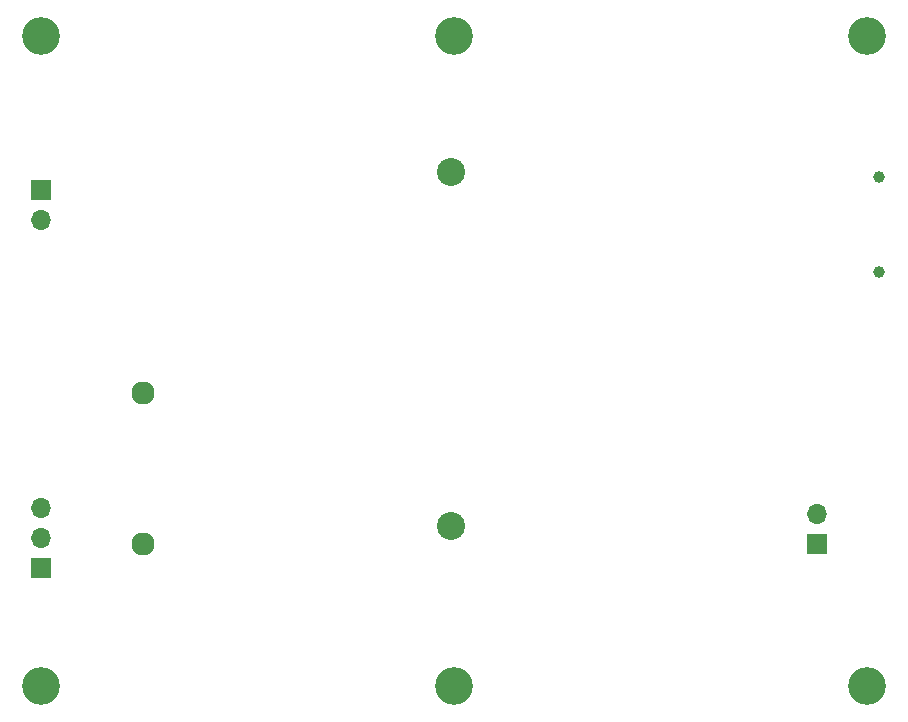
<source format=gbs>
%TF.GenerationSoftware,KiCad,Pcbnew,8.0.6-8.0.6-0~ubuntu24.04.1*%
%TF.CreationDate,2024-11-06T15:00:48+01:00*%
%TF.ProjectId,random_sampler,72616e64-6f6d-45f7-9361-6d706c65722e,rev?*%
%TF.SameCoordinates,Original*%
%TF.FileFunction,Soldermask,Bot*%
%TF.FilePolarity,Negative*%
%FSLAX46Y46*%
G04 Gerber Fmt 4.6, Leading zero omitted, Abs format (unit mm)*
G04 Created by KiCad (PCBNEW 8.0.6-8.0.6-0~ubuntu24.04.1) date 2024-11-06 15:00:48*
%MOMM*%
%LPD*%
G01*
G04 APERTURE LIST*
%ADD10C,3.200000*%
%ADD11C,1.000000*%
%ADD12R,1.700000X1.700000*%
%ADD13O,1.700000X1.700000*%
%ADD14C,2.370000*%
%ADD15C,1.959000*%
G04 APERTURE END LIST*
D10*
%TO.C,H4*%
X5000000Y-60000000D03*
%TD*%
D11*
%TO.C,J1*%
X76013500Y-24950000D03*
X76013500Y-16950000D03*
%TD*%
D10*
%TO.C,H5*%
X40000000Y-60000000D03*
%TD*%
D12*
%TO.C,J3*%
X70784000Y-48000000D03*
D13*
X70784000Y-45460000D03*
%TD*%
D10*
%TO.C,H2*%
X40000000Y-5000000D03*
%TD*%
%TO.C,H6*%
X75000000Y-60000000D03*
%TD*%
%TO.C,H3*%
X75000000Y-5000000D03*
%TD*%
%TO.C,H1*%
X5000000Y-5000000D03*
%TD*%
D14*
%TO.C,BT1*%
X39750000Y-46500000D03*
X39750000Y-16500000D03*
D15*
X13680000Y-48000000D03*
X13680000Y-35200000D03*
%TD*%
D12*
%TO.C,J2*%
X5000000Y-18000000D03*
D13*
X5000000Y-20540000D03*
%TD*%
D12*
%TO.C,SW2*%
X5000000Y-50000000D03*
D13*
X5000000Y-47460000D03*
X5000000Y-44920000D03*
%TD*%
M02*

</source>
